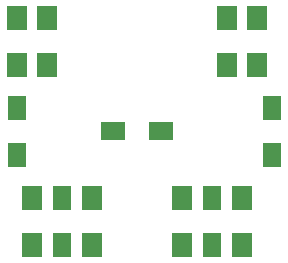
<source format=gbr>
G04 #@! TF.GenerationSoftware,KiCad,Pcbnew,(5.0.1)-4*
G04 #@! TF.CreationDate,2020-12-08T12:23:40+02:00*
G04 #@! TF.ProjectId,Single_transistor_AMP,53696E676C655F7472616E736973746F,1.0*
G04 #@! TF.SameCoordinates,Original*
G04 #@! TF.FileFunction,Paste,Top*
G04 #@! TF.FilePolarity,Positive*
%FSLAX46Y46*%
G04 Gerber Fmt 4.6, Leading zero omitted, Abs format (unit mm)*
G04 Created by KiCad (PCBNEW (5.0.1)-4) date 2020.12.08. 12:23:40*
%MOMM*%
%LPD*%
G01*
G04 APERTURE LIST*
%ADD10R,1.600000X2.000000*%
%ADD11R,2.000000X1.600000*%
%ADD12R,1.700000X2.000000*%
G04 APERTURE END LIST*
D10*
G04 #@! TO.C,C1*
X99060000Y-60230000D03*
X99060000Y-64230000D03*
G04 #@! TD*
G04 #@! TO.C,C2*
X102870000Y-71850000D03*
X102870000Y-67850000D03*
G04 #@! TD*
D11*
G04 #@! TO.C,C3*
X107220000Y-62230000D03*
X111220000Y-62230000D03*
G04 #@! TD*
D10*
G04 #@! TO.C,C4*
X120650000Y-60230000D03*
X120650000Y-64230000D03*
G04 #@! TD*
G04 #@! TO.C,C5*
X115570000Y-71850000D03*
X115570000Y-67850000D03*
G04 #@! TD*
D12*
G04 #@! TO.C,R1*
X99060000Y-52610000D03*
X99060000Y-56610000D03*
G04 #@! TD*
G04 #@! TO.C,R2*
X100330000Y-71850000D03*
X100330000Y-67850000D03*
G04 #@! TD*
G04 #@! TO.C,R3*
X101600000Y-56610000D03*
X101600000Y-52610000D03*
G04 #@! TD*
G04 #@! TO.C,R4*
X105410000Y-67850000D03*
X105410000Y-71850000D03*
G04 #@! TD*
G04 #@! TO.C,R5*
X116840000Y-52610000D03*
X116840000Y-56610000D03*
G04 #@! TD*
G04 #@! TO.C,R6*
X113030000Y-71850000D03*
X113030000Y-67850000D03*
G04 #@! TD*
G04 #@! TO.C,R7*
X119380000Y-56610000D03*
X119380000Y-52610000D03*
G04 #@! TD*
G04 #@! TO.C,R8*
X118110000Y-67850000D03*
X118110000Y-71850000D03*
G04 #@! TD*
M02*

</source>
